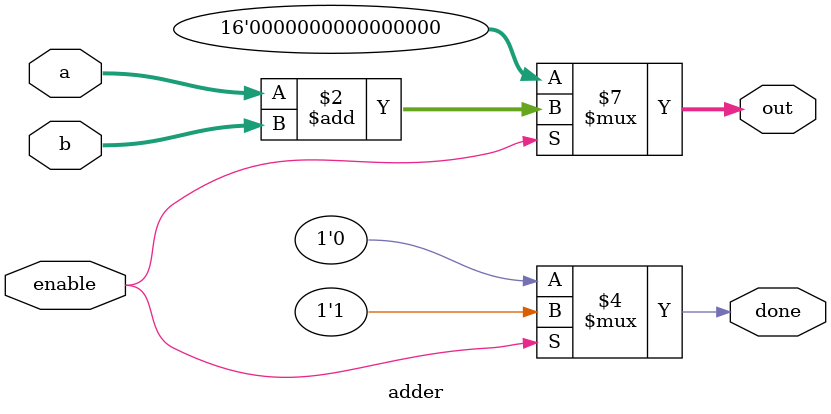
<source format=v>
`timescale 1ns / 1ps


module Bias_adder#(
        parameter data_size=16,
        parameter array_size=9
    )(  
        input clk,
        input mode,
        input reset,
        input [array_size-1:0] enable,
        input [array_size*data_size-1:0] macout,
        input [array_size*data_size-1:0] biases,
        output [array_size*data_size-1:0] added_output,
        output [array_size-1:0] done
    );
        reg [array_size*data_size-1:0] sum;
        reg [array_size*data_size-1:0] op_2;
        
        genvar i;
        wire [data_size-1:0] out;
        generate
            for(i=0;i<array_size;i=i+1) begin
               
               adder add(
                    .enable(enable[i]),
                    .a(macout[(i+1)*data_size-1:i*data_size]),
                    .b(op_2[(i+1)*data_size-1:i*data_size]),
                    .out(added_output[(i+1)*data_size-1:i*data_size]),
                    .done(done[i])
               );
            end
        endgenerate
        always@(posedge clk or negedge reset)begin
            if(~reset)begin
                sum<=0;
            end
            else if(enable)begin
                if(mode)begin
                    op_2<=biases;
                end
                else begin
                    sum<=added_output;
                    op_2<=sum;
                end
            end
        end
    
endmodule
module adder#(
    parameter data_size=16
)(
    input enable,
    input signed [data_size-1:0] a,
    input signed[data_size-1:0] b,
    output reg signed [data_size-1:0]out,
    output reg done
);
    always @* begin
        if(enable) begin
            out = a+b;
            done = 1;
        end
        else begin
            out = 0;
            done = 0;
        end
    end
endmodule

</source>
